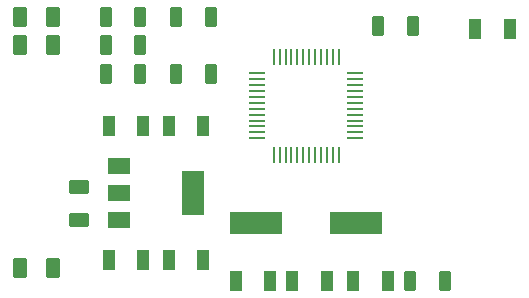
<source format=gbr>
%TF.GenerationSoftware,KiCad,Pcbnew,7.0.1*%
%TF.CreationDate,2023-03-25T16:35:51-05:00*%
%TF.ProjectId,STM32_XTW2_CLONE,53544d33-325f-4585-9457-325f434c4f4e,1.2.1V*%
%TF.SameCoordinates,Original*%
%TF.FileFunction,Paste,Top*%
%TF.FilePolarity,Positive*%
%FSLAX46Y46*%
G04 Gerber Fmt 4.6, Leading zero omitted, Abs format (unit mm)*
G04 Created by KiCad (PCBNEW 7.0.1) date 2023-03-25 16:35:51*
%MOMM*%
%LPD*%
G01*
G04 APERTURE LIST*
G04 Aperture macros list*
%AMRoundRect*
0 Rectangle with rounded corners*
0 $1 Rounding radius*
0 $2 $3 $4 $5 $6 $7 $8 $9 X,Y pos of 4 corners*
0 Add a 4 corners polygon primitive as box body*
4,1,4,$2,$3,$4,$5,$6,$7,$8,$9,$2,$3,0*
0 Add four circle primitives for the rounded corners*
1,1,$1+$1,$2,$3*
1,1,$1+$1,$4,$5*
1,1,$1+$1,$6,$7*
1,1,$1+$1,$8,$9*
0 Add four rect primitives between the rounded corners*
20,1,$1+$1,$2,$3,$4,$5,0*
20,1,$1+$1,$4,$5,$6,$7,0*
20,1,$1+$1,$6,$7,$8,$9,0*
20,1,$1+$1,$8,$9,$2,$3,0*%
G04 Aperture macros list end*
%ADD10RoundRect,0.224600X0.325000X0.650000X-0.325000X0.650000X-0.325000X-0.650000X0.325000X-0.650000X0*%
%ADD11RoundRect,0.224600X-0.325000X-0.650000X0.325000X-0.650000X0.325000X0.650000X-0.325000X0.650000X0*%
%ADD12RoundRect,0.224600X-0.375000X-0.625000X0.375000X-0.625000X0.375000X0.625000X-0.375000X0.625000X0*%
%ADD13R,4.449200X1.949200*%
%ADD14RoundRect,0.224600X-0.625000X0.375000X-0.625000X-0.375000X0.625000X-0.375000X0.625000X0.375000X0*%
%ADD15RoundRect,0.224600X-0.312500X-0.625000X0.312500X-0.625000X0.312500X0.625000X-0.312500X0.625000X0*%
%ADD16R,1.949200X1.449200*%
%ADD17R,1.949200X3.749200*%
%ADD18RoundRect,0.049600X0.075000X-0.662500X0.075000X0.662500X-0.075000X0.662500X-0.075000X-0.662500X0*%
%ADD19RoundRect,0.049600X0.662500X-0.075000X0.662500X0.075000X-0.662500X0.075000X-0.662500X-0.075000X0*%
%ADD20RoundRect,0.224600X0.312500X0.625000X-0.312500X0.625000X-0.312500X-0.625000X0.312500X-0.625000X0*%
G04 APERTURE END LIST*
D10*
%TO.C,C4*%
X121927400Y-110214500D03*
X118977400Y-110214500D03*
%TD*%
D11*
%TO.C,C1*%
X129742400Y-123296800D03*
X132692400Y-123296800D03*
%TD*%
D10*
%TO.C,C8*%
X152964000Y-101960800D03*
X150014000Y-101960800D03*
%TD*%
D11*
%TO.C,C7*%
X124057400Y-121517500D03*
X127007400Y-121517500D03*
%TD*%
D12*
%TO.C,D2*%
X111457400Y-100965000D03*
X114257400Y-100965000D03*
%TD*%
D13*
%TO.C,Y1*%
X139967400Y-118420000D03*
X131467400Y-118420000D03*
%TD*%
D14*
%TO.C,F1*%
X116455650Y-115350000D03*
X116455650Y-118150000D03*
%TD*%
D15*
%TO.C,R7*%
X118760900Y-103378000D03*
X121685900Y-103378000D03*
%TD*%
D12*
%TO.C,D3*%
X111457400Y-103378000D03*
X114257400Y-103378000D03*
%TD*%
D15*
%TO.C,R3*%
X118748400Y-105841800D03*
X121673400Y-105841800D03*
%TD*%
%TO.C,R2*%
X124724700Y-105816400D03*
X127649700Y-105816400D03*
%TD*%
D16*
%TO.C,U2*%
X119842400Y-113566000D03*
X119842400Y-115866000D03*
D17*
X126142400Y-115866000D03*
D16*
X119842400Y-118166000D03*
%TD*%
D12*
%TO.C,D1*%
X111457400Y-122230000D03*
X114257400Y-122230000D03*
%TD*%
D15*
%TO.C,R6*%
X141813400Y-101783000D03*
X144738400Y-101783000D03*
%TD*%
D18*
%TO.C,U1*%
X132967400Y-112664500D03*
X133467400Y-112664500D03*
X133967400Y-112664500D03*
X134467400Y-112664500D03*
X134967400Y-112664500D03*
X135467400Y-112664500D03*
X135967400Y-112664500D03*
X136467400Y-112664500D03*
X136967400Y-112664500D03*
X137467400Y-112664500D03*
X137967400Y-112664500D03*
X138467400Y-112664500D03*
D19*
X139879900Y-111252000D03*
X139879900Y-110752000D03*
X139879900Y-110252000D03*
X139879900Y-109752000D03*
X139879900Y-109252000D03*
X139879900Y-108752000D03*
X139879900Y-108252000D03*
X139879900Y-107752000D03*
X139879900Y-107252000D03*
X139879900Y-106752000D03*
X139879900Y-106252000D03*
X139879900Y-105752000D03*
D18*
X138467400Y-104339500D03*
X137967400Y-104339500D03*
X137467400Y-104339500D03*
X136967400Y-104339500D03*
X136467400Y-104339500D03*
X135967400Y-104339500D03*
X135467400Y-104339500D03*
X134967400Y-104339500D03*
X134467400Y-104339500D03*
X133967400Y-104339500D03*
X133467400Y-104339500D03*
X132967400Y-104339500D03*
D19*
X131554900Y-105752000D03*
X131554900Y-106252000D03*
X131554900Y-106752000D03*
X131554900Y-107252000D03*
X131554900Y-107752000D03*
X131554900Y-108252000D03*
X131554900Y-108752000D03*
X131554900Y-109252000D03*
X131554900Y-109752000D03*
X131554900Y-110252000D03*
X131554900Y-110752000D03*
X131554900Y-111252000D03*
%TD*%
D20*
%TO.C,R1*%
X147430800Y-123296800D03*
X144505800Y-123296800D03*
%TD*%
D11*
%TO.C,C5*%
X124057400Y-110214500D03*
X127007400Y-110214500D03*
%TD*%
D10*
%TO.C,C2*%
X137446400Y-123296800D03*
X134496400Y-123296800D03*
%TD*%
%TO.C,C6*%
X121927400Y-121517500D03*
X118977400Y-121517500D03*
%TD*%
%TO.C,C3*%
X142664100Y-123296800D03*
X139714100Y-123296800D03*
%TD*%
D15*
%TO.C,R5*%
X124724700Y-100965000D03*
X127649700Y-100965000D03*
%TD*%
%TO.C,R4*%
X118760900Y-100965000D03*
X121685900Y-100965000D03*
%TD*%
M02*

</source>
